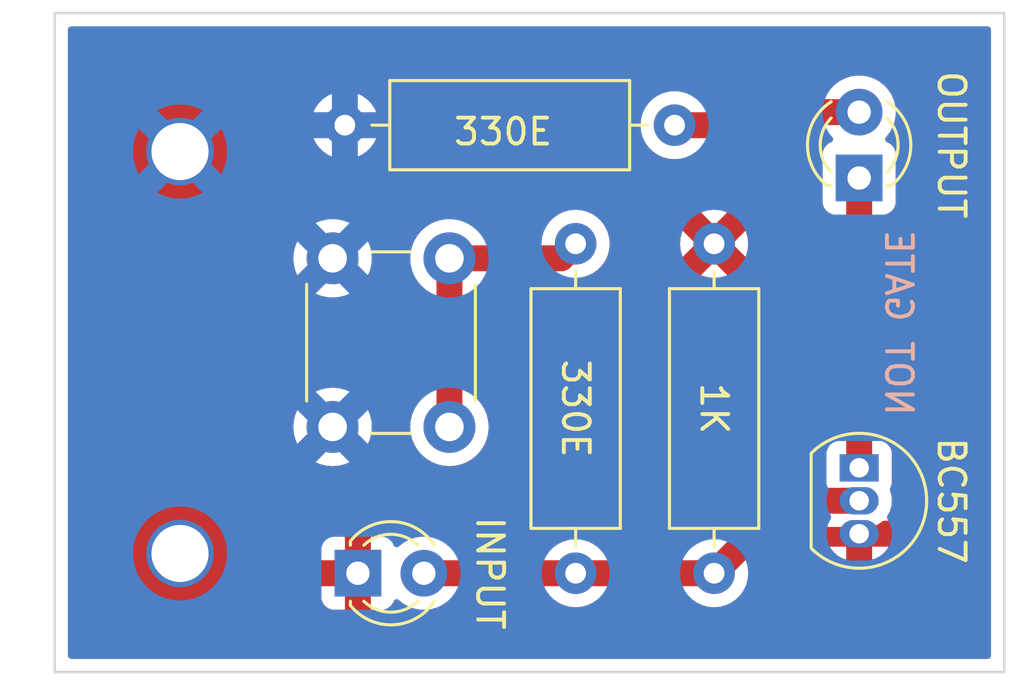
<source format=kicad_pcb>
(kicad_pcb (version 20211014) (generator pcbnew)
  (layers (0 "F.Cu" signal) (31 "B.Cu" signal) (34 "B.Paste" user) (35 "F.Paste" user) (36 "B.SilkS" user "B.Silkscreen") (37 "F.SilkS" user "F.Silkscreen") (38 "B.Mask" user) (39 "F.Mask" user) (44 "Edge.Cuts" user))
  (net 0 "")
  (net 1 "GND")
  (net 2 "/INPUT")
  (net 3 "/OUTPUT")
  (net 4 "Net-(D2-Pad2)")
  (net 5 "VCC")
  (net 6 "Net-(R1-Pad1)")
  (footprint "Resistor_THT:R_Axial_DIN0309_L9.0mm_D3.2mm_P12.70mm_Horizontal" (layer "F.Cu") (at 41.91 24.384 -90)
    (fp_text reference "R1" hide)
    (fp_text value "330")
    (fp_line (start 11.66 0) (end 10.97 0) (layer "F.SilkS") (width 0.12))
    (fp_line (start 1.04 0) (end 1.73 0) (layer "F.SilkS") (width 0.12))
    (fp_line (start 1.73 1.72) (end 10.97 1.72) (layer "F.SilkS") (width 0.12))
    (fp_line (start 1.73 -1.72) (end 1.73 1.72) (layer "F.SilkS") (width 0.12))
    (fp_line (start 10.97 1.72) (end 10.97 -1.72) (layer "F.SilkS") (width 0.12))
    (fp_line (start 10.97 -1.72) (end 1.73 -1.72) (layer "F.SilkS") (width 0.12))
    (pad "1" thru_hole circle (at 0 0 270) (size 1.6 1.6) (drill 0.8) (layers *.Cu *.Mask) (net 6 "Net-(R1-Pad1)"))
    (pad "2" thru_hole oval (at 12.7 0 270) (size 1.6 1.6) (drill 0.8) (layers *.Cu *.Mask) (net 2 "/INPUT"))
  )
  (footprint "MountingHole:MountingHole_2.2mm_M2_Pad_TopOnly" (layer "F.Cu") (at 26.67 20.828)
    (fp_text reference "H2" hide)
    (fp_text value "MountingHole_Pad" hide)
    (pad "1" thru_hole circle (at 0 0) (size 2.6 2.6) (drill 2.2) (layers *.Cu *.Mask) (net 5 "VCC"))
    (pad "1" connect circle (at 0 0) (size 4.4 4.4) (layers "F.Cu" "F.Mask") (net 5 "VCC"))
  )
  (footprint "LED_THT:LED_D3.0mm" (layer "F.Cu") (at 52.832 21.849 90)
    (fp_text reference "D2" hide)
    (fp_text value "OUTPUT")
    (fp_line (start -0.29 1.08) (end -0.29 1.236) (layer "F.SilkS") (width 0.12))
    (fp_line (start -0.29 -1.236) (end -0.29 -1.08) (layer "F.SilkS") (width 0.12))
    (fp_arc (start -0.29 -1.235516) (mid 1.366487 -1.987659) (end 2.942335 -1.078608) (layer "F.SilkS") (width 0.12))
    (fp_arc (start 2.31113 1.079837) (mid 1.270117 1.5) (end 0.229039 1.08) (layer "F.SilkS") (width 0.12))
    (fp_arc (start 2.942335 1.078608) (mid 1.366487 1.987659) (end -0.29 1.235516) (layer "F.SilkS") (width 0.12))
    (fp_arc (start 0.229039 -1.08) (mid 1.270117 -1.5) (end 2.31113 -1.079837) (layer "F.SilkS") (width 0.12))
    (pad "1" thru_hole rect (at 0 0 90) (size 1.8 1.8) (drill 0.9) (layers *.Cu *.Mask) (net 3 "/OUTPUT"))
    (pad "2" thru_hole circle (at 2.54 0 90) (size 1.8 1.8) (drill 0.9) (layers *.Cu *.Mask) (net 4 "Net-(D2-Pad2)"))
  )
  (footprint "Button_Switch_THT:SW_PUSH_6mm" (layer "F.Cu") (at 32.548 31.444 90)
    (fp_text reference "SW1" hide)
    (fp_text value "SW_Push")
    (fp_line (start 1 5.5) (end 5.5 5.5) (layer "F.SilkS") (width 0.12))
    (fp_line (start 5.5 -1) (end 1 -1) (layer "F.SilkS") (width 0.12))
    (fp_line (start 6.75 3) (end 6.75 1.5) (layer "F.SilkS") (width 0.12))
    (fp_line (start -0.25 1.5) (end -0.25 3) (layer "F.SilkS") (width 0.12))
    (pad "1" thru_hole circle (at 0 0 180) (size 2 2) (drill 1.1) (layers *.Cu *.Mask) (net 5 "VCC"))
    (pad "1" thru_hole circle (at 6.5 0 180) (size 2 2) (drill 1.1) (layers *.Cu *.Mask) (net 5 "VCC"))
    (pad "2" thru_hole circle (at 0 4.5 180) (size 2 2) (drill 1.1) (layers *.Cu *.Mask) (net 6 "Net-(R1-Pad1)"))
    (pad "2" thru_hole circle (at 6.5 4.5 180) (size 2 2) (drill 1.1) (layers *.Cu *.Mask) (net 6 "Net-(R1-Pad1)"))
  )
  (footprint "MountingHole:MountingHole_2.2mm_M2_Pad_TopOnly" (layer "F.Cu") (at 26.67 36.322)
    (fp_text reference "H1" hide)
    (fp_text value "MountingHole_Pad")
    (pad "1" connect circle (at 0 0) (size 4.4 4.4) (layers "F.Cu" "F.Mask") (net 1 "GND"))
    (pad "1" thru_hole circle (at 0 0) (size 2.6 2.6) (drill 2.2) (layers *.Cu *.Mask) (net 1 "GND"))
  )
  (footprint "Package_TO_SOT_THT:TO-92_Inline" (layer "F.Cu") (at 52.832 33.02 -90)
    (fp_text reference "Q1" hide)
    (fp_text value "BC557")
    (fp_line (start -0.53 1.85) (end 3.07 1.85) (layer "F.SilkS") (width 0.12))
    (fp_arc (start -0.568478 1.838478) (mid -1.132087 -0.994977) (end 1.27 -2.6) (layer "F.SilkS") (width 0.12))
    (fp_arc (start 1.27 -2.6) (mid 3.672087 -0.994977) (end 3.108478 1.838478) (layer "F.SilkS") (width 0.12))
    (pad "1" thru_hole rect (at 0 0 270) (size 1.05 1.5) (drill 0.75) (layers *.Cu *.Mask) (net 3 "/OUTPUT"))
    (pad "2" thru_hole oval (at 1.27 0 270) (size 1.05 1.5) (drill 0.75) (layers *.Cu *.Mask) (net 2 "/INPUT"))
    (pad "3" thru_hole oval (at 2.54 0 270) (size 1.05 1.5) (drill 0.75) (layers *.Cu *.Mask) (net 1 "GND"))
  )
  (footprint "LED_THT:LED_D3.0mm" (layer "F.Cu") (at 33.523 37.084)
    (fp_text reference "D1" hide)
    (fp_text value "INPUT")
    (fp_line (start -0.29 -1.236) (end -0.29 -1.08) (layer "F.SilkS") (width 0.12))
    (fp_line (start -0.29 1.08) (end -0.29 1.236) (layer "F.SilkS") (width 0.12))
    (fp_arc (start -0.29 -1.235516) (mid 1.366487 -1.987659) (end 2.942335 -1.078608) (layer "F.SilkS") (width 0.12))
    (fp_arc (start 2.942335 1.078608) (mid 1.366487 1.987659) (end -0.29 1.235516) (layer "F.SilkS") (width 0.12))
    (fp_arc (start 2.31113 1.079837) (mid 1.270117 1.5) (end 0.229039 1.08) (layer "F.SilkS") (width 0.12))
    (fp_arc (start 0.229039 -1.08) (mid 1.270117 -1.5) (end 2.31113 -1.079837) (layer "F.SilkS") (width 0.12))
    (pad "1" thru_hole rect (at 0 0) (size 1.8 1.8) (drill 0.9) (layers *.Cu *.Mask) (net 1 "GND"))
    (pad "2" thru_hole circle (at 2.54 0) (size 1.8 1.8) (drill 0.9) (layers *.Cu *.Mask) (net 2 "/INPUT"))
  )
  (footprint "Resistor_THT:R_Axial_DIN0309_L9.0mm_D3.2mm_P12.70mm_Horizontal" (layer "F.Cu") (at 47.244 24.384 -90)
    (fp_text reference "R2" hide)
    (fp_text value "1k")
    (fp_line (start 1.73 1.72) (end 10.97 1.72) (layer "F.SilkS") (width 0.12))
    (fp_line (start 10.97 -1.72) (end 1.73 -1.72) (layer "F.SilkS") (width 0.12))
    (fp_line (start 1.73 -1.72) (end 1.73 1.72) (layer "F.SilkS") (width 0.12))
    (fp_line (start 1.04 0) (end 1.73 0) (layer "F.SilkS") (width 0.12))
    (fp_line (start 10.97 1.72) (end 10.97 -1.72) (layer "F.SilkS") (width 0.12))
    (fp_line (start 11.66 0) (end 10.97 0) (layer "F.SilkS") (width 0.12))
    (pad "1" thru_hole circle (at 0 0 270) (size 1.6 1.6) (drill 0.8) (layers *.Cu *.Mask) (net 1 "GND"))
    (pad "2" thru_hole oval (at 12.7 0 270) (size 1.6 1.6) (drill 0.8) (layers *.Cu *.Mask) (net 2 "/INPUT"))
  )
  (footprint "Resistor_THT:R_Axial_DIN0309_L9.0mm_D3.2mm_P12.70mm_Horizontal" (layer "F.Cu") (at 45.72 19.812 180)
    (fp_text reference "R3" hide)
    (fp_text value "330")
    (fp_line (start 1.73 -1.72) (end 1.73 1.72) (layer "F.SilkS") (width 0.12))
    (fp_line (start 11.66 0) (end 10.97 0) (layer "F.SilkS") (width 0.12))
    (fp_line (start 1.73 1.72) (end 10.97 1.72) (layer "F.SilkS") (width 0.12))
    (fp_line (start 1.04 0) (end 1.73 0) (layer "F.SilkS") (width 0.12))
    (fp_line (start 10.97 1.72) (end 10.97 -1.72) (layer "F.SilkS") (width 0.12))
    (fp_line (start 10.97 -1.72) (end 1.73 -1.72) (layer "F.SilkS") (width 0.12))
    (pad "1" thru_hole circle (at 0 0 180) (size 1.6 1.6) (drill 0.8) (layers *.Cu *.Mask) (net 4 "Net-(D2-Pad2)"))
    (pad "2" thru_hole oval (at 12.7 0 180) (size 1.6 1.6) (drill 0.8) (layers *.Cu *.Mask) (net 5 "VCC"))
  )
  (gr_rect (start 21.844 15.494) (end 58.42 40.894) (layer "Edge.Cuts") (width 0.1) (fill none))
  (gr_text "NOT GATE" (at 54.356 27.432 270) (layer "B.SilkS") (effects (font (size 1 1)) (justify mirror)))
  (gr_text "330E" (at 41.91 30.734 270) (layer "F.SilkS") (effects (font (size 1 1))))
  (gr_text "OUTPUT" (at 56.388 20.574 270) (layer "F.SilkS") (effects (font (size 1 1))))
  (gr_text "1K" (at 47.244 30.734 270) (layer "F.SilkS") (effects (font (size 1 1))))
  (gr_text "330E" (at 39.116 20.066) (layer "F.SilkS") (effects (font (size 1 1))))
  (gr_text "BC557" (at 56.388 34.29 270) (layer "F.SilkS") (effects (font (size 1 1))))
  (gr_text "INPUT" (at 38.608 37.084 270) (layer "F.SilkS") (effects (font (size 1 1))))
  (segment (start 50.038 34.29) (end 47.244 37.084) (width 1) (layer "F.Cu") (net 2))
  (segment (start 41.91 37.084) (end 47.244 37.084) (width 1) (layer "F.Cu") (net 2))
  (segment (start 36.063 37.084) (end 41.91 37.084) (width 1) (layer "F.Cu") (net 2))
  (segment (start 52.832 34.29) (end 50.038 34.29) (width 1) (layer "F.Cu") (net 2))
  (segment (start 52.832 21.849) (end 52.832 33.02) (width 1) (layer "F.Cu") (net 3))
  (segment (start 50.541 19.309) (end 50.038 19.812) (width 1) (layer "F.Cu") (net 4))
  (segment (start 52.832 19.309) (end 50.541 19.309) (width 1) (layer "F.Cu") (net 4))
  (segment (start 50.038 19.812) (end 45.72 19.812) (width 1) (layer "F.Cu") (net 4))
  (segment (start 41.35 24.944) (end 41.91 24.384) (width 1) (layer "F.Cu") (net 6))
  (segment (start 37.048 24.944) (end 37.048 31.444) (width 1) (layer "F.Cu") (net 6))
  (segment (start 37.048 24.944) (end 41.35 24.944) (width 1) (layer "F.Cu") (net 6))
  (zone (net 1) (net_name "GND") (layer "F.Cu") (connect_pads (clearance 0.508)) (min_thickness 0.254) (fill yes (thermal_gap 0.508) (thermal_bridge_width 1))
    (polygon (pts (xy 58.928 41.656) (xy 20.32 41.402) (xy 20.32 14.986) (xy 58.928 14.986)))
  )
  (zone (net 5) (net_name "VCC") (layer "B.Cu") (connect_pads (clearance 0.508)) (min_thickness 0.254) (fill yes (thermal_gap 0.508) (thermal_bridge_width 1))
    (polygon (pts (xy 59.182 41.656) (xy 20.574 41.402) (xy 20.574 14.986) (xy 59.182 14.986)))
  )
)
</source>
